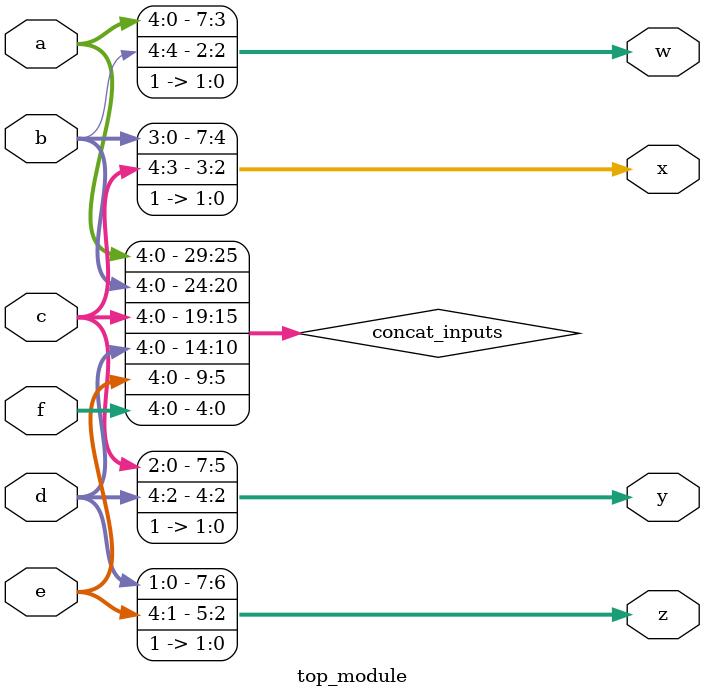
<source format=sv>
module top_module (
    input [4:0] a,
    input [4:0] b,
    input [4:0] c,
    input [4:0] d,
    input [4:0] e,
    input [4:0] f,
    output [7:0] w,
    output [7:0] x,
    output [7:0] y,
    output [7:0] z
);

// Concatenate the input vectors
wire [29:0] concat_inputs = {a, b, c, d, e, f};

// Split the concatenated input into the output vectors
assign w = {concat_inputs[29:24], 2'b11};
assign x = {concat_inputs[23:18], 2'b11};
assign y = {concat_inputs[17:12], 2'b11};
assign z = {concat_inputs[11:6], 2'b11};

endmodule

</source>
